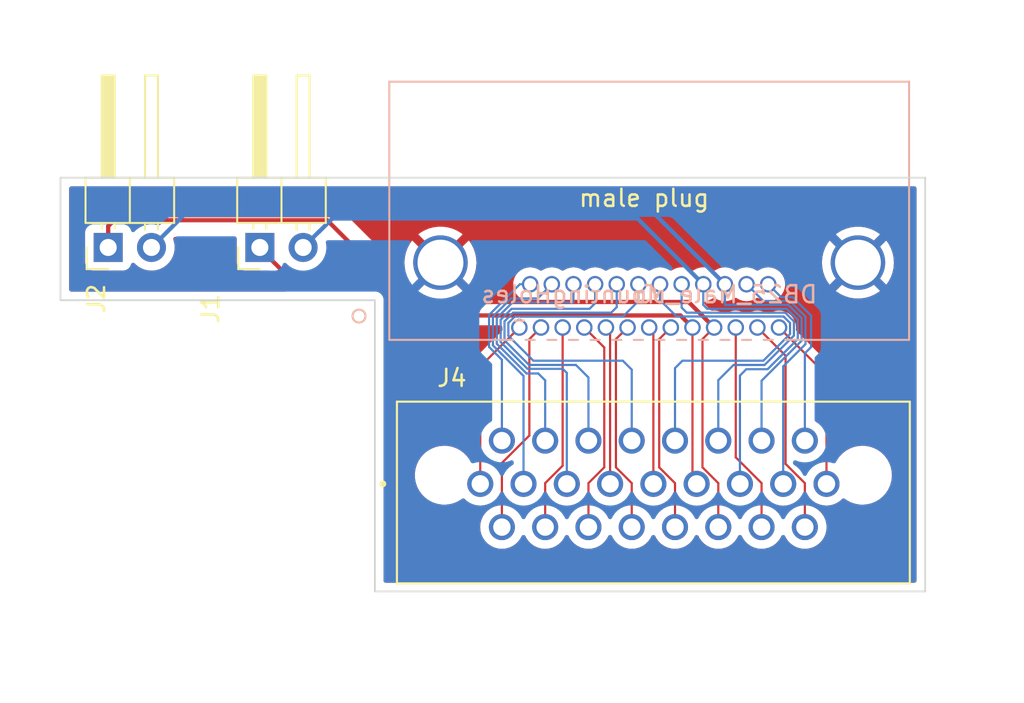
<source format=kicad_pcb>
(kicad_pcb (version 20211014) (generator pcbnew)
  (layers (0 "F.Cu" signal) (31 "B.Cu" signal) (34 "B.Paste" user) (35 "F.Paste" user) (36 "B.SilkS" user "B.Silkscreen") (37 "F.SilkS" user "F.Silkscreen") (38 "B.Mask" user) (39 "F.Mask" user) (44 "Edge.Cuts" user))
  (net 0 "")
  (net 1 "Net-(J1-Pad1)")
  (net 2 "Net-(J1-Pad2)")
  (net 3 "Net-(J2-Pad1)")
  (net 4 "Net-(J2-Pad2)")
  (net 5 "GND")
  (net 6 "Net-(J3-Pad1)")
  (net 7 "Net-(J3-Pad2)")
  (net 8 "Net-(J3-Pad3)")
  (net 9 "Net-(J3-Pad4)")
  (net 10 "Net-(J3-Pad5)")
  (net 11 "Net-(J3-Pad6)")
  (net 12 "Net-(J3-Pad7)")
  (net 13 "Net-(J3-Pad8)")
  (net 14 "Net-(J3-Pad11)")
  (net 15 "Net-(J3-Pad12)")
  (net 16 "Net-(J3-Pad13)")
  (net 17 "Net-(J3-Pad14)")
  (net 18 "Net-(J3-Pad15)")
  (net 19 "Net-(J3-Pad16)")
  (net 20 "Net-(J3-Pad17)")
  (net 21 "Net-(J3-Pad18)")
  (net 22 "Net-(J3-Pad19)")
  (net 23 "Net-(J3-Pad20)")
  (net 24 "Net-(J3-Pad21)")
  (net 25 "Net-(J3-Pad24)")
  (net 26 "Net-(J3-Pad25)")
  (footprint "0Project_Library:CINCH_DCCM25SCBRPN_Female" (layer "F.Cu") (at 149.545033 79.405276)
    (fp_text reference "J4" (at -11.825 -9.135) (layer "F.SilkS"))
    (fp_text value "DB25_Female_MountingHoles")
    (fp_line (start -15.05 -7.75) (end 15.05 -7.75) (layer "F.SilkS") (width 0.127))
    (fp_line (start -15.05 2.92) (end -15.05 -7.75) (layer "F.SilkS") (width 0.127))
    (fp_line (start -15.05 2.92) (end 15.05 2.92) (layer "F.SilkS") (width 0.127))
    (fp_line (start 15.05 -7.75) (end 15.05 2.92) (layer "F.SilkS") (width 0.127))
    (fp_circle (center -15.875 -2.922) (end -15.775 -2.922) (layer "F.SilkS") (width 0.2) (fill none))
    (pad "" np_thru_hole circle locked (at -12.268 -3.43) (size 2.44 2.44) (drill 2.44) (layers *.Cu *.Mask))
    (pad "" np_thru_hole circle locked (at 12.268 -3.43) (size 2.44 2.44) (drill 2.44) (layers *.Cu *.Mask))
    (pad "1" thru_hole circle locked (at -10.16 -2.922) (size 1.53 1.53) (drill 1.02) (layers *.Cu *.Mask) (net 6 "Net-(J3-Pad1)"))
    (pad "2" thru_hole circle locked (at -8.89 -0.382) (size 1.53 1.53) (drill 1.02) (layers *.Cu *.Mask) (net 7 "Net-(J3-Pad2)"))
    (pad "3" thru_hole circle locked (at -6.35 -0.382) (size 1.53 1.53) (drill 1.02) (layers *.Cu *.Mask) (net 8 "Net-(J3-Pad3)"))
    (pad "4" thru_hole circle locked (at -3.81 -0.382) (size 1.53 1.53) (drill 1.02) (layers *.Cu *.Mask) (net 9 "Net-(J3-Pad4)"))
    (pad "5" thru_hole circle locked (at -2.54 -2.922) (size 1.53 1.53) (drill 1.02) (layers *.Cu *.Mask) (net 10 "Net-(J3-Pad5)"))
    (pad "6" thru_hole circle locked (at -1.27 -0.382) (size 1.53 1.53) (drill 1.02) (layers *.Cu *.Mask) (net 11 "Net-(J3-Pad6)"))
    (pad "7" thru_hole circle locked (at 0 -2.922) (size 1.53 1.53) (drill 1.02) (layers *.Cu *.Mask) (net 12 "Net-(J3-Pad7)"))
    (pad "8" thru_hole circle locked (at 1.27 -0.382) (size 1.53 1.53) (drill 1.02) (layers *.Cu *.Mask) (net 13 "Net-(J3-Pad8)"))
    (pad "9" thru_hole circle locked (at 2.54 -2.922) (size 1.53 1.53) (drill 1.02) (layers *.Cu *.Mask) (net 1 "Net-(J1-Pad1)"))
    (pad "10" thru_hole circle locked (at 3.81 -0.382) (size 1.53 1.53) (drill 1.02) (layers *.Cu *.Mask) (net 3 "Net-(J2-Pad1)"))
    (pad "11" thru_hole circle locked (at 6.35 -0.382) (size 1.53 1.53) (drill 1.02) (layers *.Cu *.Mask) (net 14 "Net-(J3-Pad11)"))
    (pad "12" thru_hole circle locked (at 8.89 -0.382) (size 1.53 1.53) (drill 1.02) (layers *.Cu *.Mask) (net 15 "Net-(J3-Pad12)"))
    (pad "13" thru_hole circle locked (at 10.16 -2.922) (size 1.53 1.53) (drill 1.02) (layers *.Cu *.Mask) (net 16 "Net-(J3-Pad13)"))
    (pad "14" thru_hole circle locked (at -8.89 -5.462) (size 1.53 1.53) (drill 1.02) (layers *.Cu *.Mask) (net 17 "Net-(J3-Pad14)"))
    (pad "15" thru_hole circle locked (at -7.62 -2.922) (size 1.53 1.53) (drill 1.02) (layers *.Cu *.Mask) (net 18 "Net-(J3-Pad15)"))
    (pad "16" thru_hole circle locked (at -6.35 -5.462) (size 1.53 1.53) (drill 1.02) (layers *.Cu *.Mask) (net 19 "Net-(J3-Pad16)"))
    (pad "17" thru_hole circle locked (at -5.08 -2.922) (size 1.53 1.53) (drill 1.02) (layers *.Cu *.Mask) (net 20 "Net-(J3-Pad17)"))
    (pad "18" thru_hole circle locked (at -3.81 -5.462) (size 1.53 1.53) (drill 1.02) (layers *.Cu *.Mask) (net 21 "Net-(J3-Pad18)"))
    (pad "19" thru_hole circle locked (at -1.27 -5.462) (size 1.53 1.53) (drill 1.02) (layers *.Cu *.Mask) (net 22 "Net-(J3-Pad19)"))
    (pad "20" thru_hole circle locked (at 1.27 -5.462) (size 1.53 1.53) (drill 1.02) (layers *.Cu *.Mask) (net 23 "Net-(J3-Pad20)"))
    (pad "21" thru_hole circle locked (at 3.81 -5.462) (size 1.53 1.53) (drill 1.02) (layers *.Cu *.Mask) (net 24 "Net-(J3-Pad21)"))
    (pad "22" thru_hole circle locked (at 5.08 -2.922) (size 1.53 1.53) (drill 1.02) (layers *.Cu *.Mask) (net 2 "Net-(J1-Pad2)"))
    (pad "23" thru_hole circle locked (at 6.35 -5.462) (size 1.53 1.53) (drill 1.02) (layers *.Cu *.Mask) (net 4 "Net-(J2-Pad2)"))
    (pad "24" thru_hole circle locked (at 7.62 -2.922) (size 1.53 1.53) (drill 1.02) (layers *.Cu *.Mask) (net 25 "Net-(J3-Pad24)"))
    (pad "25" thru_hole circle locked (at 8.89 -5.462) (size 1.53 1.53) (drill 1.02) (layers *.Cu *.Mask) (net 26 "Net-(J3-Pad25)"))
  )
  (footprint "Connector_PinHeader_2.54mm:PinHeader_1x02_P2.54mm_Horizontal" (layer "F.Cu") (at 117.55 62.6 90)
    (fp_text reference "J2" (at -3 -0.7 90) (layer "F.SilkS"))
    (fp_text value "Conn_01x02_Male_2.54mm")
    (fp_line (start 4.1 0.16) (end 10.1 0.16) (layer "F.SilkS") (width 0.12))
    (fp_line (start 4.1 0.04) (end 10.1 0.04) (layer "F.SilkS") (width 0.12))
    (fp_line (start 4.1 -0.2) (end 10.1 -0.2) (layer "F.SilkS") (width 0.12))
    (fp_line (start 4.1 -0.32) (end 10.1 -0.32) (layer "F.SilkS") (width 0.12))
    (fp_line (start 10.1 2.16) (end 10.1 2.92) (layer "F.SilkS") (width 0.12))
    (fp_line (start 4.1 2.16) (end 10.1 2.16) (layer "F.SilkS") (width 0.12))
    (fp_line (start 4.1 -0.08) (end 10.1 -0.08) (layer "F.SilkS") (width 0.12))
    (fp_line (start 10.1 0.38) (end 4.1 0.38) (layer "F.SilkS") (width 0.12))
    (fp_line (start 1.11 0.38) (end 1.44 0.38) (layer "F.SilkS") (width 0.12))
    (fp_line (start 4.1 0.28) (end 10.1 0.28) (layer "F.SilkS") (width 0.12))
    (fp_line (start 1.44 -1.33) (end 1.44 3.87) (layer "F.SilkS") (width 0.12))
    (fp_line (start 10.1 2.92) (end 4.1 2.92) (layer "F.SilkS") (width 0.12))
    (fp_line (start 1.11 -0.38) (end 1.44 -0.38) (layer "F.SilkS") (width 0.12))
    (fp_line (start 10.1 -0.38) (end 10.1 0.38) (layer "F.SilkS") (width 0.12))
    (fp_line (start 1.44 3.87) (end 4.1 3.87) (layer "F.SilkS") (width 0.12))
    (fp_line (start -1.27 -1.27) (end 0 -1.27) (layer "F.SilkS") (width 0.12))
    (fp_line (start -1.27 0) (end -1.27 -1.27) (layer "F.SilkS") (width 0.12))
    (fp_line (start 1.44 1.27) (end 4.1 1.27) (layer "F.SilkS") (width 0.12))
    (fp_line (start 4.1 3.87) (end 4.1 -1.33) (layer "F.SilkS") (width 0.12))
    (fp_line (start 4.1 -1.33) (end 1.44 -1.33) (layer "F.SilkS") (width 0.12))
    (fp_line (start 4.1 -0.38) (end 10.1 -0.38) (layer "F.SilkS") (width 0.12))
    (fp_line (start 1.042929 2.16) (end 1.44 2.16) (layer "F.SilkS") (width 0.12))
    (fp_line (start 1.042929 2.92) (end 1.44 2.92) (layer "F.SilkS") (width 0.12))
    (pad "1" thru_hole rect (at 0 0 90) (size 1.7 1.7) (drill 1) (layers *.Cu *.Mask) (net 3 "Net-(J2-Pad1)"))
    (pad "2" thru_hole oval (at 0 2.54 90) (size 1.7 1.7) (drill 1) (layers *.Cu *.Mask) (net 4 "Net-(J2-Pad2)"))
  )
  (footprint "Connector_PinHeader_2.54mm:PinHeader_1x02_P2.54mm_Horizontal" (layer "F.Cu") (at 126.45 62.6 90)
    (fp_text reference "J1" (at -3.6 -2.9 90) (layer "F.SilkS"))
    (fp_text value "Conn_01x02_Male_2.54mm")
    (fp_line (start 4.1 -0.2) (end 10.1 -0.2) (layer "F.SilkS") (width 0.12))
    (fp_line (start 4.1 0.16) (end 10.1 0.16) (layer "F.SilkS") (width 0.12))
    (fp_line (start 10.1 2.92) (end 4.1 2.92) (layer "F.SilkS") (width 0.12))
    (fp_line (start 1.042929 2.16) (end 1.44 2.16) (layer "F.SilkS") (width 0.12))
    (fp_line (start 1.44 1.27) (end 4.1 1.27) (layer "F.SilkS") (width 0.12))
    (fp_line (start -1.27 0) (end -1.27 -1.27) (layer "F.SilkS") (width 0.12))
    (fp_line (start 4.1 0.04) (end 10.1 0.04) (layer "F.SilkS") (width 0.12))
    (fp_line (start 1.44 -1.33) (end 1.44 3.87) (layer "F.SilkS") (width 0.12))
    (fp_line (start 4.1 3.87) (end 4.1 -1.33) (layer "F.SilkS") (width 0.12))
    (fp_line (start 4.1 -0.38) (end 10.1 -0.38) (layer "F.SilkS") (width 0.12))
    (fp_line (start 4.1 -0.32) (end 10.1 -0.32) (layer "F.SilkS") (width 0.12))
    (fp_line (start -1.27 -1.27) (end 0 -1.27) (layer "F.SilkS") (width 0.12))
    (fp_line (start 1.11 -0.38) (end 1.44 -0.38) (layer "F.SilkS") (width 0.12))
    (fp_line (start 1.11 0.38) (end 1.44 0.38) (layer "F.SilkS") (width 0.12))
    (fp_line (start 4.1 -0.08) (end 10.1 -0.08) (layer "F.SilkS") (width 0.12))
    (fp_line (start 4.1 2.16) (end 10.1 2.16) (layer "F.SilkS") (width 0.12))
    (fp_line (start 1.042929 2.92) (end 1.44 2.92) (layer "F.SilkS") (width 0.12))
    (fp_line (start 4.1 0.28) (end 10.1 0.28) (layer "F.SilkS") (width 0.12))
    (fp_line (start 4.1 -1.33) (end 1.44 -1.33) (layer "F.SilkS") (width 0.12))
    (fp_line (start 10.1 2.16) (end 10.1 2.92) (layer "F.SilkS") (width 0.12))
    (fp_line (start 10.1 0.38) (end 4.1 0.38) (layer "F.SilkS") (width 0.12))
    (fp_line (start 10.1 -0.38) (end 10.1 0.38) (layer "F.SilkS") (width 0.12))
    (fp_line (start 1.44 3.87) (end 4.1 3.87) (layer "F.SilkS") (width 0.12))
    (pad "1" thru_hole rect (at 0 0 90) (size 1.7 1.7) (drill 1) (layers *.Cu *.Mask) (net 1 "Net-(J1-Pad1)"))
    (pad "2" thru_hole oval (at 0 2.54 90) (size 1.7 1.7) (drill 1) (layers *.Cu *.Mask) (net 2 "Net-(J1-Pad2)"))
  )
  (footprint "0Project_Library:381-025-112L565" (layer "B.Cu") (at 141.68 67.3)
    (fp_text reference "J3" (at 7.62 -1.94) (layer "B.SilkS") (effects (justify mirror)))
    (fp_text value "DB25_Male_MountingHoles" (at 7.62 -1.94) (layer "B.SilkS") (effects (justify mirror)))
    (fp_text user "*" (at 0 0) (layer "B.SilkS") (effects (justify mirror)))
    (fp_line (start 3.440879 0.727) (end 2.909121 0.727) (layer "B.SilkS") (width 0.12))
    (fp_line (start 14.870879 0.727) (end 14.339121 0.727) (layer "B.SilkS") (width 0.12))
    (fp_line (start 12.330879 0.727) (end 11.799121 0.727) (layer "B.SilkS") (width 0.12))
    (fp_line (start 8.520879 0.727) (end 7.989121 0.727) (layer "B.SilkS") (width 0.12))
    (fp_line (start -7.6327 0.727) (end -7.6327 -14.4368) (layer "B.SilkS") (width 0.12))
    (fp_line (start 22.8727 0.727) (end 15.609121 0.727) (layer "B.SilkS") (width 0.12))
    (fp_line (start 0.900879 0.727) (end 0.369121 0.727) (layer "B.SilkS") (width 0.12))
    (fp_line (start 5.980879 0.727) (end 5.449121 0.727) (layer "B.SilkS") (width 0.12))
    (fp_line (start -0.369121 0.727) (end -7.6327 0.727) (layer "B.SilkS") (width 0.12))
    (fp_line (start 11.060879 0.727) (end 10.529121 0.727) (layer "B.SilkS") (width 0.12))
    (fp_line (start 4.710879 0.727) (end 4.179121 0.727) (layer "B.SilkS") (width 0.12))
    (fp_line (start 13.600879 0.727) (end 13.069121 0.727) (layer "B.SilkS") (width 0.12))
    (fp_line (start -7.6327 -14.4368) (end 22.8727 -14.4368) (layer "B.SilkS") (width 0.12))
    (fp_line (start 22.8727 -14.4368) (end 22.8727 0.727) (layer "B.SilkS") (width 0.12))
    (fp_line (start 9.790879 0.727) (end 9.259121 0.727) (layer "B.SilkS") (width 0.12))
    (fp_line (start 2.170879 0.727) (end 1.639121 0.727) (layer "B.SilkS") (width 0.12))
    (fp_line (start 7.250879 0.727) (end 6.719121 0.727) (layer "B.SilkS") (width 0.12))
    (fp_circle (center -9.4107 -0.67) (end -9.0297 -0.67) (layer "B.SilkS") (width 0.12) (fill none))
    (fp_circle (center -9.4107 -0.67) (end -9.0297 -0.67) (layer "F.SilkS") (width 0.12) (fill none))
    (pad "0" thru_hole circle (at 19.870001 -3.81) (size 3.2004 3.2004) (drill 2.6924) (layers *.Cu *.Mask) (net 5 "GND"))
    (pad "0" thru_hole circle (at -4.630001 -3.81) (size 3.2004 3.2004) (drill 2.6924) (layers *.Cu *.Mask) (net 5 "GND"))
    (pad "1" thru_hole circle (at 0 0) (size 0.9652 0.9652) (drill 0.7112) (layers *.Cu *.Mask) (net 6 "Net-(J3-Pad1)"))
    (pad "2" thru_hole circle (at 1.27 0) (size 0.9652 0.9652) (drill 0.7112) (layers *.Cu *.Mask) (net 7 "Net-(J3-Pad2)"))
    (pad "3" thru_hole circle (at 2.54 0) (size 0.9652 0.9652) (drill 0.7112) (layers *.Cu *.Mask) (net 8 "Net-(J3-Pad3)"))
    (pad "4" thru_hole circle (at 3.81 0) (size 0.9652 0.9652) (drill 0.7112) (layers *.Cu *.Mask) (net 9 "Net-(J3-Pad4)"))
    (pad "5" thru_hole circle (at 5.08 0) (size 0.9652 0.9652) (drill 0.7112) (layers *.Cu *.Mask) (net 10 "Net-(J3-Pad5)"))
    (pad "6" thru_hole circle (at 6.35 0) (size 0.9652 0.9652) (drill 0.7112) (layers *.Cu *.Mask) (net 11 "Net-(J3-Pad6)"))
    (pad "7" thru_hole circle (at 7.62 0) (size 0.9652 0.9652) (drill 0.7112) (layers *.Cu *.Mask) (net 12 "Net-(J3-Pad7)"))
    (pad "8" thru_hole circle (at 8.89 0) (size 0.9652 0.9652) (drill 0.7112) (layers *.Cu *.Mask) (net 13 "Net-(J3-Pad8)"))
    (pad "9" thru_hole circle (at 10.16 0) (size 0.9652 0.9652) (drill 0.7112) (layers *.Cu *.Mask) (net 1 "Net-(J1-Pad1)"))
    (pad "10" thru_hole circle (at 11.43 0) (size 0.9652 0.9652) (drill 0.7112) (layers *.Cu *.Mask) (net 3 "Net-(J2-Pad1)"))
    (pad "11" thru_hole circle (at 12.7 0) (size 0.9652 0.9652) (drill 0.7112) (layers *.Cu *.Mask) (net 14 "Net-(J3-Pad11)"))
    (pad "12" thru_hole circle (at 13.97 0) (size 0.9652 0.9652) (drill 0.7112) (layers *.Cu *.Mask) (net 15 "Net-(J3-Pad12)"))
    (pad "13" thru_hole circle (at 15.24 0) (size 0.9652 0.9652) (drill 0.7112) (layers *.Cu *.Mask) (net 16 "Net-(J3-Pad13)"))
    (pad "14" thru_hole circle (at 0.635 -2.54) (size 0.9652 0.9652) (drill 0.7112) (layers *.Cu *.Mask) (net 17 "Net-(J3-Pad14)"))
    (pad "15" thru_hole circle (at 1.905 -2.54) (size 0.9652 0.9652) (drill 0.7112) (layers *.Cu *.Mask) (net 18 "Net-(J3-Pad15)"))
    (pad "16" thru_hole circle (at 3.175 -2.54) (size 0.9652 0.9652) (drill 0.7112) (layers *.Cu *.Mask) (net 19 "Net-(J3-Pad16)"))
    (pad "17" thru_hole circle (at 4.445 -2.54) (size 0.9652 0.9652) (drill 0.7112) (layers *.Cu *.Mask) (net 20 "Net-(J3-Pad17)"))
    (pad "18" thru_hole circle (at 5.715 -2.54) (size 0.9652 0.9652) (drill 0.7112) (layers *.Cu *.Mask) (net 21 "Net-(J3-Pad18)"))
    (pad "19" thru_hole circle (at 6.985 -2.54) (size 0.9652 0.9652) (drill 0.7112) (layers *.Cu *.Mask) (net 22 "Net-(J3-Pad19)"))
    (pad "20" thru_hole circle (at 8.255 -2.54) (size 0.9652 0.9652) (drill 0.7112) (layers *.Cu *.Mask) (net 23 "Net-(J3-Pad20)"))
    (pad "21" thru_hole circle (at 9.525 -2.54) (size 0.9652 0.9652) (drill 0.7112) (layers *.Cu *.Mask) (net 24 "Net-(J3-Pad21)"))
    (pad "22" thru_hole circle (at 10.795 -2.54) (size 0.9652 0.9652) (drill 0.7112) (layers *.Cu *.Mask) (net 2 "Net-(J1-Pad2)"))
    (pad "23" thru_hole circle (at 12.065 -2.54) (size 0.9652 0.9652) (drill 0.7112) (layers *.Cu *.Mask) (net 4 "Net-(J2-Pad2)"))
    (pad "24" thru_hole circle (at 13.335 -2.54) (size 0.9652 0.9652) (drill 0.7112) (layers *.Cu *.Mask) (net 25 "Net-(J3-Pad24)"))
    (pad "25" thru_hole circle (at 14.605 -2.54) (size 0.9652 0.9652) (drill 0.7112) (layers *.Cu *.Mask) (net 26 "Net-(J3-Pad25)"))
  )
  (gr_line (start 133.2 65.7) (end 133.2 82.8) (layer "Edge.Cuts") (width 0.1))
  (gr_line (start 165.5 58.5) (end 133.2 58.5) (layer "Edge.Cuts") (width 0.1))
  (gr_line (start 114.75 58.5) (end 117 58.5) (layer "Edge.Cuts") (width 0.1))
  (gr_line (start 165.5 82.8) (end 165.5 58.5) (layer "Edge.Cuts") (width 0.1))
  (gr_line (start 133.2 82.8) (end 165.5 82.8) (layer "Edge.Cuts") (width 0.1))
  (gr_line (start 114.75 58.5) (end 114.75 65.7) (layer "Edge.Cuts") (width 0.1))
  (gr_line (start 117 65.7) (end 114.75 65.7) (layer "Edge.Cuts") (width 0.1))
  (gr_line (start 133.2 58.5) (end 117 58.5) (layer "Edge.Cuts") (width 0.1))
  (gr_line (start 117 65.7) (end 133.2 65.7) (layer "Edge.Cuts") (width 0.1))
  (gr_text "male plug" (at 149 59.7) (layer "F.SilkS") (effects (font (size 1 1))))
  (segment (start 151.132889 66.592889) (end 134.992889 66.592889) (width 0.25) (layer "F.Cu") (net 1))
  (segment (start 132.9 64.5) (end 128.3 64.5) (width 0.25) (layer "F.Cu") (net 1))
  (segment (start 128.3 64.5) (end 126.45 62.65) (width 0.25) (layer "F.Cu") (net 1))
  (segment (start 151.84 67.3) (end 151.84 76.238243) (width 0.127) (layer "F.Cu") (net 1))
  (segment (start 151.84 76.238243) (end 152.085033 76.483276) (width 0.127) (layer "F.Cu") (net 1))
  (segment (start 126.45 62.65) (end 126.45 62.6) (width 0.25) (layer "F.Cu") (net 1))
  (segment (start 134.992889 66.592889) (end 132.9 64.5) (width 0.25) (layer "F.Cu") (net 1))
  (segment (start 151.84 67.3) (end 151.132889 66.592889) (width 0.25) (layer "F.Cu") (net 1))
  (segment (start 154.625033 70.124967) (end 155 69.75) (width 0.127) (layer "B.Cu") (net 2))
  (segment (start 130.7 60.9) (end 148.615 60.9) (width 0.25) (layer "B.Cu") (net 2))
  (segment (start 154.625033 76.483276) (end 154.625033 70.124967) (width 0.127) (layer "B.Cu") (net 2))
  (segment (start 158.018651 67.981349) (end 156.25 69.75) (width 0.127) (layer "B.Cu") (net 2))
  (segment (start 152.475 64.76) (end 152.475 65.975) (width 0.127) (layer "B.Cu") (net 2))
  (segment (start 152.475 65.975) (end 152.701349 66.201349) (width 0.127) (layer "B.Cu") (net 2))
  (segment (start 129.924711 61.665289) (end 129.934711 61.665289) (width 0.25) (layer "B.Cu") (net 2))
  (segment (start 152.701349 66.201349) (end 157.375076 66.201349) (width 0.127) (layer "B.Cu") (net 2))
  (segment (start 129.934711 61.665289) (end 130.7 60.9) (width 0.25) (layer "B.Cu") (net 2))
  (segment (start 157.375076 66.201349) (end 158.018651 66.844924) (width 0.127) (layer "B.Cu") (net 2))
  (segment (start 156.25 69.75) (end 155 69.75) (width 0.127) (layer "B.Cu") (net 2))
  (segment (start 128.99 62.6) (end 129.924711 61.665289) (width 0.25) (layer "B.Cu") (net 2))
  (segment (start 148.615 60.9) (end 152.475 64.76) (width 0.25) (layer "B.Cu") (net 2))
  (segment (start 158.018651 66.844924) (end 158.018651 67.981349) (width 0.127) (layer "B.Cu") (net 2))
  (segment (start 130.4 61) (end 117.9 61) (width 0.25) (layer "F.Cu") (net 3))
  (segment (start 152.427022 75.512858) (end 153.355033 76.440869) (width 0.127) (layer "F.Cu") (net 3))
  (segment (start 117.55 61.35) (end 117.55 62.6) (width 0.25) (layer "F.Cu") (net 3))
  (segment (start 151.61 65.8) (end 153.11 67.3) (width 0.25) (layer "F.Cu") (net 3))
  (segment (start 152.427022 67.982978) (end 152.427022 75.512858) (width 0.127) (layer "F.Cu") (net 3))
  (segment (start 153.11 67.3) (end 152.427022 67.982978) (width 0.127) (layer "F.Cu") (net 3))
  (segment (start 117.9 61) (end 117.55 61.35) (width 0.25) (layer "F.Cu") (net 3))
  (segment (start 135.2 65.8) (end 151.61 65.8) (width 0.25) (layer "F.Cu") (net 3))
  (segment (start 135.05 65.65) (end 135.2 65.8) (width 0.25) (layer "F.Cu") (net 3))
  (segment (start 135.05 65.65) (end 130.4 61) (width 0.25) (layer "F.Cu") (net 3))
  (segment (start 153.355033 76.440869) (end 153.355033 79.023276) (width 0.127) (layer "F.Cu") (net 3))
  (segment (start 122.19 60.5) (end 120.09 62.6) (width 0.25) (layer "B.Cu") (net 4))
  (segment (start 155.895033 70.425315) (end 155.895033 73.943276) (width 0.127) (layer "B.Cu") (net 4))
  (segment (start 153.745 64.76) (end 153.745 65.969829) (width 0.127) (layer "B.Cu") (net 4))
  (segment (start 157.463903 65.969829) (end 158.245171 66.751097) (width 0.127) (layer "B.Cu") (net 4))
  (segment (start 153.745 64.76) (end 149.485 60.5) (width 0.25) (layer "B.Cu") (net 4))
  (segment (start 153.745 65.969829) (end 157.463903 65.969829) (width 0.127) (layer "B.Cu") (net 4))
  (segment (start 149.485 60.5) (end 122.19 60.5) (width 0.25) (layer "B.Cu") (net 4))
  (segment (start 158.245171 66.751097) (end 158.245171 68.075177) (width 0.127) (layer "B.Cu") (net 4))
  (segment (start 158.245171 68.075177) (end 155.895033 70.425315) (width 0.127) (layer "B.Cu") (net 4))
  (segment (start 139.385033 76.483276) (end 139.385033 69.594967) (width 0.127) (layer "F.Cu") (net 6))
  (segment (start 139.385033 69.594967) (end 141.68 67.3) (width 0.127) (layer "F.Cu") (net 6))
  (segment (start 142.267022 67.982978) (end 142.95 67.3) (width 0.127) (layer "F.Cu") (net 7))
  (segment (start 142.267022 73.643694) (end 142.267022 67.982978) (width 0.127) (layer "F.Cu") (net 7))
  (segment (start 140.655033 79.023276) (end 140.655033 75.255683) (width 0.127) (layer "F.Cu") (net 7))
  (segment (start 140.655033 75.255683) (end 142.267022 73.643694) (width 0.127) (layer "F.Cu") (net 7))
  (segment (start 144.22 67.3) (end 144.22 75.415902) (width 0.127) (layer "F.Cu") (net 8))
  (segment (start 144.22 75.415902) (end 143.195033 76.440869) (width 0.127) (layer "F.Cu") (net 8))
  (segment (start 143.195033 76.440869) (end 143.195033 79.023276) (width 0.127) (layer "F.Cu") (net 8))
  (segment (start 145.735033 76.440869) (end 145.735033 79.023276) (width 0.127) (layer "F.Cu") (net 9))
  (segment (start 145.49 67.3) (end 146.663044 68.473044) (width 0.127) (layer "F.Cu") (net 9))
  (segment (start 146.663044 68.473044) (end 146.663044 75.512858) (width 0.127) (layer "F.Cu") (net 9))
  (segment (start 146.663044 75.512858) (end 145.735033 76.440869) (width 0.127) (layer "F.Cu") (net 9))
  (segment (start 147.005033 67.545033) (end 146.76 67.3) (width 0.127) (layer "F.Cu") (net 10))
  (segment (start 147.005033 76.483276) (end 147.005033 67.545033) (width 0.127) (layer "F.Cu") (net 10))
  (segment (start 148.03 67.3) (end 147.347022 67.982978) (width 0.127) (layer "F.Cu") (net 11))
  (segment (start 147.347022 75.512858) (end 148.275033 76.440869) (width 0.127) (layer "F.Cu") (net 11))
  (segment (start 148.275033 76.440869) (end 148.275033 79.023276) (width 0.127) (layer "F.Cu") (net 11))
  (segment (start 147.347022 67.982978) (end 147.347022 75.512858) (width 0.127) (layer "F.Cu") (net 11))
  (segment (start 149.545033 76.483276) (end 149.545033 67.545033) (width 0.127) (layer "F.Cu") (net 12))
  (segment (start 149.545033 67.545033) (end 149.3 67.3) (width 0.127) (layer "F.Cu") (net 12))
  (segment (start 149.887022 75.512858) (end 150.815033 76.440869) (width 0.127) (layer "F.Cu") (net 13))
  (segment (start 150.815033 76.440869) (end 150.815033 79.023276) (width 0.127) (layer "F.Cu") (net 13))
  (segment (start 149.887022 67.982978) (end 149.887022 75.512858) (width 0.127) (layer "F.Cu") (net 13))
  (segment (start 150.57 67.3) (end 149.887022 67.982978) (width 0.127) (layer "F.Cu") (net 13))
  (segment (start 155.895033 76.440869) (end 155.895033 79.023276) (width 0.127) (layer "F.Cu") (net 14))
  (segment (start 154.38 74.925836) (end 155.895033 76.440869) (width 0.127) (layer "F.Cu") (net 14))
  (segment (start 154.38 67.3) (end 154.38 74.925836) (width 0.127) (layer "F.Cu") (net 14))
  (segment (start 155.65 67.3) (end 157.305265 68.955265) (width 0.127) (layer "F.Cu") (net 15))
  (segment (start 158.435033 76.440869) (end 158.435033 79.023276) (width 0.127) (layer "F.Cu") (net 15))
  (segment (start 157.305265 68.955265) (end 157.305265 75.311101) (width 0.127) (layer "F.Cu") (net 15))
  (segment (start 157.305265 75.311101) (end 158.435033 76.440869) (width 0.127) (layer "F.Cu") (net 15))
  (segment (start 159.705033 76.483276) (end 159.705033 70.085033) (width 0.127) (layer "F.Cu") (net 16))
  (segment (start 159.705033 70.085033) (end 156.92 67.3) (width 0.127) (layer "F.Cu") (net 16))
  (segment (start 140.655033 73.943276) (end 140.655033 69.195729) (width 0.127) (layer "B.Cu") (net 17))
  (segment (start 139.901789 66.563441) (end 141.70523 64.76) (width 0.127) (layer "B.Cu") (net 17))
  (segment (start 141.70523 64.76) (end 142.315 64.76) (width 0.127) (layer "B.Cu") (net 17))
  (segment (start 140.655033 69.195729) (end 139.901789 68.442484) (width 0.127) (layer "B.Cu") (net 17))
  (segment (start 139.901789 68.442484) (end 139.901789 66.563441) (width 0.127) (layer "B.Cu") (net 17))
  (segment (start 141.192268 65.593309) (end 142.751691 65.593309) (width 0.127) (layer "B.Cu") (net 18))
  (segment (start 141.925033 76.483276) (end 141.925033 70.145381) (width 0.127) (layer "B.Cu") (net 18))
  (segment (start 143.585 64.76) (end 142.751691 65.593309) (width 0.127) (layer "B.Cu") (net 18))
  (segment (start 140.128309 66.657268) (end 141.192268 65.593309) (width 0.127) (layer "B.Cu") (net 18))
  (segment (start 141.925033 70.145381) (end 140.128309 68.348657) (width 0.127) (layer "B.Cu") (net 18))
  (segment (start 140.128309 68.348657) (end 140.128309 66.657268) (width 0.127) (layer "B.Cu") (net 18))
  (segment (start 144.855 64.76) (end 144.855 65.819829) (width 0.127) (layer "B.Cu") (net 19))
  (segment (start 144.855 65.819829) (end 141.286095 65.819829) (width 0.127) (layer "B.Cu") (net 19))
  (segment (start 142.790066 70) (end 142.1 70) (width 0.127) (layer "B.Cu") (net 19))
  (segment (start 140.354829 66.751095) (end 140.354829 68.254829) (width 0.127) (layer "B.Cu") (net 19))
  (segment (start 140.354829 68.254829) (end 142.1 70) (width 0.127) (layer "B.Cu") (net 19))
  (segment (start 143.195033 70.404967) (end 142.790066 70) (width 0.127) (layer "B.Cu") (net 19))
  (segment (start 141.286095 65.819829) (end 140.354829 66.751095) (width 0.127) (layer "B.Cu") (net 19))
  (segment (start 143.195033 73.943276) (end 143.195033 70.404967) (width 0.127) (layer "B.Cu") (net 19))
  (segment (start 142.156172 69.72652) (end 140.581349 68.151696) (width 0.127) (layer "B.Cu") (net 20))
  (segment (start 140.581349 68.151696) (end 140.581349 66.844923) (width 0.127) (layer "B.Cu") (net 20))
  (segment (start 144.465033 69.965033) (end 144.22652 69.72652) (width 0.127) (layer "B.Cu") (net 20))
  (segment (start 144.465033 76.483276) (end 144.465033 69.965033) (width 0.127) (layer "B.Cu") (net 20))
  (segment (start 141.224923 66.201349) (end 145.798651 66.201349) (width 0.127) (layer "B.Cu") (net 20))
  (segment (start 144.22652 69.72652) (end 142.156172 69.72652) (width 0.127) (layer "B.Cu") (net 20))
  (segment (start 145.798651 66.201349) (end 146.125 65.875) (width 0.127) (layer "B.Cu") (net 20))
  (segment (start 146.125 65.875) (end 146.125 64.76) (width 0.127) (layer "B.Cu") (net 20))
  (segment (start 140.581349 66.844923) (end 141.224923 66.201349) (width 0.127) (layer "B.Cu") (net 20))
  (segment (start 145.735033 70.235033) (end 145 69.5) (width 0.127) (layer "B.Cu") (net 21))
  (segment (start 147.395 66.105) (end 147.395 64.76) (width 0.127) (layer "B.Cu") (net 21))
  (segment (start 141.318751 66.427869) (end 147.072131 66.427869) (width 0.127) (layer "B.Cu") (net 21))
  (segment (start 145 69.5) (end 142.25 69.5) (width 0.127) (layer "B.Cu") (net 21))
  (segment (start 147.072131 66.427869) (end 147.395 66.105) (width 0.127) (layer "B.Cu") (net 21))
  (segment (start 140.807869 68.057869) (end 140.807869 66.938751) (width 0.127) (layer "B.Cu") (net 21))
  (segment (start 142.25 69.5) (end 140.807869 68.057869) (width 0.127) (layer "B.Cu") (net 21))
  (segment (start 140.807869 66.938751) (end 141.318751 66.427869) (width 0.127) (layer "B.Cu") (net 21))
  (segment (start 145.735033 73.943276) (end 145.735033 70.235033) (width 0.127) (layer "B.Cu") (net 21))
  (segment (start 148.665 65.751967) (end 147.762578 66.654389) (width 0.127) (layer "B.Cu") (net 22))
  (segment (start 142.5 69.25) (end 147.75 69.25) (width 0.127) (layer "B.Cu") (net 22))
  (segment (start 148.275033 73.943276) (end 148.275033 69.775033) (width 0.127) (layer "B.Cu") (net 22))
  (segment (start 148.665 64.76) (end 148.665 65.751967) (width 0.127) (layer "B.Cu") (net 22))
  (segment (start 147.762578 66.654389) (end 141.412578 66.654389) (width 0.127) (layer "B.Cu") (net 22))
  (segment (start 148.275033 69.775033) (end 147.75 69.25) (width 0.127) (layer "B.Cu") (net 22))
  (segment (start 141.034389 67.032578) (end 141.034389 67.784389) (width 0.127) (layer "B.Cu") (net 22))
  (segment (start 141.034389 67.784389) (end 142.5 69.25) (width 0.127) (layer "B.Cu") (net 22))
  (segment (start 141.412578 66.654389) (end 141.034389 67.032578) (width 0.127) (layer "B.Cu") (net 22))
  (segment (start 150.815033 69.684967) (end 151.25 69.25) (width 0.127) (layer "B.Cu") (net 23))
  (segment (start 150.904389 66.654389) (end 157.187422 66.654389) (width 0.127) (layer "B.Cu") (net 23))
  (segment (start 151.25 69.25) (end 156 69.25) (width 0.127) (layer "B.Cu") (net 23))
  (segment (start 157.565611 67.032578) (end 157.565611 67.684389) (width 0.127) (layer "B.Cu") (net 23))
  (segment (start 157.187422 66.654389) (end 157.565611 67.032578) (width 0.127) (layer "B.Cu") (net 23))
  (segment (start 150.815033 73.943276) (end 150.815033 69.684967) (width 0.127) (layer "B.Cu") (net 23))
  (segment (start 149.935 64.76) (end 149.935 65.685) (width 0.127) (layer "B.Cu") (net 23))
  (segment (start 157.565611 67.684389) (end 156 69.25) (width 0.127) (layer "B.Cu") (net 23))
  (segment (start 149.935 65.685) (end 150.904389 66.654389) (width 0.127) (layer "B.Cu") (net 23))
  (segment (start 157.792131 66.938751) (end 157.792131 67.778217) (width 0.127) (layer "B.Cu") (net 24))
  (segment (start 157.281249 66.427869) (end 157.792131 66.938751) (width 0.127) (layer "B.Cu") (net 24))
  (segment (start 156.070348 69.5) (end 154.25 69.5) (width 0.127) (layer "B.Cu") (net 24))
  (segment (start 153.355033 73.943276) (end 153.355033 70.394967) (width 0.127) (layer "B.Cu") (net 24))
  (segment (start 151.5 66.427869) (end 157.281249 66.427869) (width 0.127) (layer "B.Cu") (net 24))
  (segment (start 151.205 64.76) (end 151.205 66.132869) (width 0.127) (layer "B.Cu") (net 24))
  (segment (start 151.205 66.132869) (end 151.5 66.427869) (width 0.127) (layer "B.Cu") (net 24))
  (segment (start 157.792131 67.778217) (end 156.070348 69.5) (width 0.127) (layer "B.Cu") (net 24))
  (segment (start 153.355033 70.394967) (end 154.25 69.5) (width 0.127) (layer "B.Cu") (net 24))
  (segment (start 158.471691 66.65727) (end 157.557731 65.743309) (width 0.127) (layer "B.Cu") (net 25))
  (segment (start 157.557731 65.743309) (end 155.998309 65.743309) (width 0.127) (layer "B.Cu") (net 25))
  (segment (start 157.165033 69.584967) (end 158.471691 68.278309) (width 0.127) (layer "B.Cu") (net 25))
  (segment (start 158.471691 68.278309) (end 158.471691 66.65727) (width 0.127) (layer "B.Cu") (net 25))
  (segment (start 155.998309 65.743309) (end 155.015 64.76) (width 0.127) (layer "B.Cu") (net 25))
  (segment (start 157.165033 76.483276) (end 157.165033 69.584967) (width 0.127) (layer "B.Cu") (net 25))
  (segment (start 158.435033 73.943276) (end 158.435033 68.814967) (width 0.127) (layer "B.Cu") (net 26))
  (segment (start 157.041789 65.516789) (end 157.716789 65.516789) (width 0.127) (layer "B.Cu") (net 26))
  (segment (start 157.716789 65.516789) (end 158.8 66.6) (width 0.127) (layer "B.Cu") (net 26))
  (segment (start 156.285 64.76) (end 157.041789 65.516789) (width 0.127) (layer "B.Cu") (net 26))
  (segment (start 158.8 66.6) (end 158.8 68.45) (width 0.127) (layer "B.Cu") (net 26))
  (segment (start 158.8 68.45) (end 158.435033 68.814967) (width 0.127) (layer "B.Cu") (net 26))
  (zone (net 5) (net_name "GND") (layer "F.Cu") (connect_pads (clearance 0.508)) (min_thickness 0.254) (fill yes (thermal_gap 0.508) (thermal_bridge_width 0.508))
    (polygon (pts (xy 171.259567 56.425514) (xy 169.2 87.3) (xy 111.2 86.6) (xy 112.4 56.3)))
  )
  (zone (net 5) (net_name "GND") (layer "B.Cu") (connect_pads (clearance 0.508)) (min_thickness 0.254) (fill yes (thermal_gap 0.508) (thermal_bridge_width 0.508))
    (polygon (pts (xy 171.3 56.8) (xy 169 87) (xy 111.4 86.3) (xy 112.4 55.8)))
  )
)
</source>
